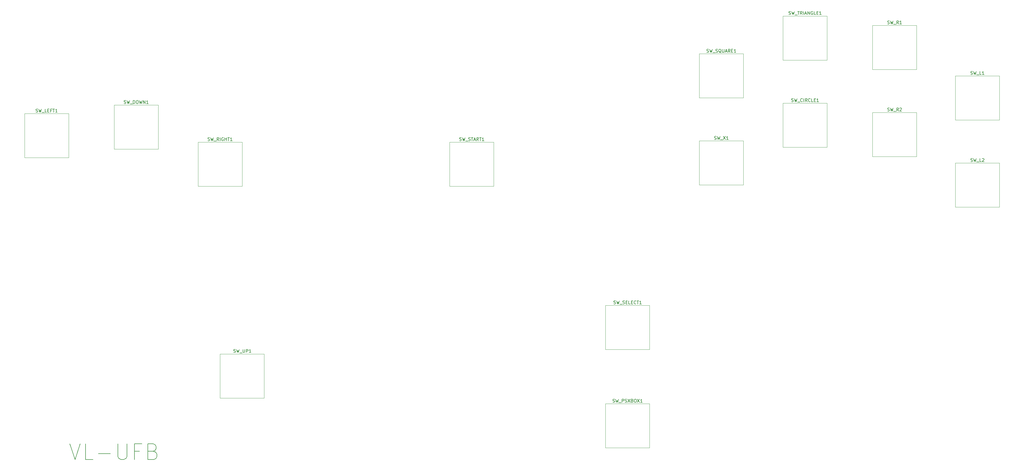
<source format=gbr>
%TF.GenerationSoftware,KiCad,Pcbnew,7.0.5*%
%TF.CreationDate,2023-07-28T19:17:22-07:00*%
%TF.ProjectId,BrookHitbox,42726f6f-6b48-4697-9462-6f782e6b6963,rev?*%
%TF.SameCoordinates,Original*%
%TF.FileFunction,Legend,Top*%
%TF.FilePolarity,Positive*%
%FSLAX46Y46*%
G04 Gerber Fmt 4.6, Leading zero omitted, Abs format (unit mm)*
G04 Created by KiCad (PCBNEW 7.0.5) date 2023-07-28 19:17:22*
%MOMM*%
%LPD*%
G01*
G04 APERTURE LIST*
%ADD10C,0.150000*%
%ADD11C,0.120000*%
G04 APERTURE END LIST*
D10*
X73324874Y-215630295D02*
X74991541Y-220630295D01*
X74991541Y-220630295D02*
X76658207Y-215630295D01*
X80705826Y-220630295D02*
X78324874Y-220630295D01*
X78324874Y-220630295D02*
X78324874Y-215630295D01*
X82372493Y-218725533D02*
X86182017Y-218725533D01*
X88562969Y-215630295D02*
X88562969Y-219677914D01*
X88562969Y-219677914D02*
X88801064Y-220154104D01*
X88801064Y-220154104D02*
X89039159Y-220392200D01*
X89039159Y-220392200D02*
X89515350Y-220630295D01*
X89515350Y-220630295D02*
X90467731Y-220630295D01*
X90467731Y-220630295D02*
X90943921Y-220392200D01*
X90943921Y-220392200D02*
X91182016Y-220154104D01*
X91182016Y-220154104D02*
X91420112Y-219677914D01*
X91420112Y-219677914D02*
X91420112Y-215630295D01*
X95467730Y-218011247D02*
X93801064Y-218011247D01*
X93801064Y-220630295D02*
X93801064Y-215630295D01*
X93801064Y-215630295D02*
X96182016Y-215630295D01*
X99753444Y-218011247D02*
X100467730Y-218249342D01*
X100467730Y-218249342D02*
X100705825Y-218487438D01*
X100705825Y-218487438D02*
X100943921Y-218963628D01*
X100943921Y-218963628D02*
X100943921Y-219677914D01*
X100943921Y-219677914D02*
X100705825Y-220154104D01*
X100705825Y-220154104D02*
X100467730Y-220392200D01*
X100467730Y-220392200D02*
X99991540Y-220630295D01*
X99991540Y-220630295D02*
X98086778Y-220630295D01*
X98086778Y-220630295D02*
X98086778Y-215630295D01*
X98086778Y-215630295D02*
X99753444Y-215630295D01*
X99753444Y-215630295D02*
X100229635Y-215868390D01*
X100229635Y-215868390D02*
X100467730Y-216106485D01*
X100467730Y-216106485D02*
X100705825Y-216582676D01*
X100705825Y-216582676D02*
X100705825Y-217058866D01*
X100705825Y-217058866D02*
X100467730Y-217535057D01*
X100467730Y-217535057D02*
X100229635Y-217773152D01*
X100229635Y-217773152D02*
X99753444Y-218011247D01*
X99753444Y-218011247D02*
X98086778Y-218011247D01*
%TO.C,SW_TRIANGLE1*%
X301097143Y-79554200D02*
X301240000Y-79601819D01*
X301240000Y-79601819D02*
X301478095Y-79601819D01*
X301478095Y-79601819D02*
X301573333Y-79554200D01*
X301573333Y-79554200D02*
X301620952Y-79506580D01*
X301620952Y-79506580D02*
X301668571Y-79411342D01*
X301668571Y-79411342D02*
X301668571Y-79316104D01*
X301668571Y-79316104D02*
X301620952Y-79220866D01*
X301620952Y-79220866D02*
X301573333Y-79173247D01*
X301573333Y-79173247D02*
X301478095Y-79125628D01*
X301478095Y-79125628D02*
X301287619Y-79078009D01*
X301287619Y-79078009D02*
X301192381Y-79030390D01*
X301192381Y-79030390D02*
X301144762Y-78982771D01*
X301144762Y-78982771D02*
X301097143Y-78887533D01*
X301097143Y-78887533D02*
X301097143Y-78792295D01*
X301097143Y-78792295D02*
X301144762Y-78697057D01*
X301144762Y-78697057D02*
X301192381Y-78649438D01*
X301192381Y-78649438D02*
X301287619Y-78601819D01*
X301287619Y-78601819D02*
X301525714Y-78601819D01*
X301525714Y-78601819D02*
X301668571Y-78649438D01*
X302001905Y-78601819D02*
X302240000Y-79601819D01*
X302240000Y-79601819D02*
X302430476Y-78887533D01*
X302430476Y-78887533D02*
X302620952Y-79601819D01*
X302620952Y-79601819D02*
X302859048Y-78601819D01*
X303001905Y-79697057D02*
X303763809Y-79697057D01*
X303859048Y-78601819D02*
X304430476Y-78601819D01*
X304144762Y-79601819D02*
X304144762Y-78601819D01*
X305335238Y-79601819D02*
X305001905Y-79125628D01*
X304763810Y-79601819D02*
X304763810Y-78601819D01*
X304763810Y-78601819D02*
X305144762Y-78601819D01*
X305144762Y-78601819D02*
X305240000Y-78649438D01*
X305240000Y-78649438D02*
X305287619Y-78697057D01*
X305287619Y-78697057D02*
X305335238Y-78792295D01*
X305335238Y-78792295D02*
X305335238Y-78935152D01*
X305335238Y-78935152D02*
X305287619Y-79030390D01*
X305287619Y-79030390D02*
X305240000Y-79078009D01*
X305240000Y-79078009D02*
X305144762Y-79125628D01*
X305144762Y-79125628D02*
X304763810Y-79125628D01*
X305763810Y-79601819D02*
X305763810Y-78601819D01*
X306192381Y-79316104D02*
X306668571Y-79316104D01*
X306097143Y-79601819D02*
X306430476Y-78601819D01*
X306430476Y-78601819D02*
X306763809Y-79601819D01*
X307097143Y-79601819D02*
X307097143Y-78601819D01*
X307097143Y-78601819D02*
X307668571Y-79601819D01*
X307668571Y-79601819D02*
X307668571Y-78601819D01*
X308668571Y-78649438D02*
X308573333Y-78601819D01*
X308573333Y-78601819D02*
X308430476Y-78601819D01*
X308430476Y-78601819D02*
X308287619Y-78649438D01*
X308287619Y-78649438D02*
X308192381Y-78744676D01*
X308192381Y-78744676D02*
X308144762Y-78839914D01*
X308144762Y-78839914D02*
X308097143Y-79030390D01*
X308097143Y-79030390D02*
X308097143Y-79173247D01*
X308097143Y-79173247D02*
X308144762Y-79363723D01*
X308144762Y-79363723D02*
X308192381Y-79458961D01*
X308192381Y-79458961D02*
X308287619Y-79554200D01*
X308287619Y-79554200D02*
X308430476Y-79601819D01*
X308430476Y-79601819D02*
X308525714Y-79601819D01*
X308525714Y-79601819D02*
X308668571Y-79554200D01*
X308668571Y-79554200D02*
X308716190Y-79506580D01*
X308716190Y-79506580D02*
X308716190Y-79173247D01*
X308716190Y-79173247D02*
X308525714Y-79173247D01*
X309620952Y-79601819D02*
X309144762Y-79601819D01*
X309144762Y-79601819D02*
X309144762Y-78601819D01*
X309954286Y-79078009D02*
X310287619Y-79078009D01*
X310430476Y-79601819D02*
X309954286Y-79601819D01*
X309954286Y-79601819D02*
X309954286Y-78601819D01*
X309954286Y-78601819D02*
X310430476Y-78601819D01*
X311382857Y-79601819D02*
X310811429Y-79601819D01*
X311097143Y-79601819D02*
X311097143Y-78601819D01*
X311097143Y-78601819D02*
X311001905Y-78744676D01*
X311001905Y-78744676D02*
X310906667Y-78839914D01*
X310906667Y-78839914D02*
X310811429Y-78887533D01*
%TO.C,SW_PSXBOX1*%
X245353333Y-202454200D02*
X245496190Y-202501819D01*
X245496190Y-202501819D02*
X245734285Y-202501819D01*
X245734285Y-202501819D02*
X245829523Y-202454200D01*
X245829523Y-202454200D02*
X245877142Y-202406580D01*
X245877142Y-202406580D02*
X245924761Y-202311342D01*
X245924761Y-202311342D02*
X245924761Y-202216104D01*
X245924761Y-202216104D02*
X245877142Y-202120866D01*
X245877142Y-202120866D02*
X245829523Y-202073247D01*
X245829523Y-202073247D02*
X245734285Y-202025628D01*
X245734285Y-202025628D02*
X245543809Y-201978009D01*
X245543809Y-201978009D02*
X245448571Y-201930390D01*
X245448571Y-201930390D02*
X245400952Y-201882771D01*
X245400952Y-201882771D02*
X245353333Y-201787533D01*
X245353333Y-201787533D02*
X245353333Y-201692295D01*
X245353333Y-201692295D02*
X245400952Y-201597057D01*
X245400952Y-201597057D02*
X245448571Y-201549438D01*
X245448571Y-201549438D02*
X245543809Y-201501819D01*
X245543809Y-201501819D02*
X245781904Y-201501819D01*
X245781904Y-201501819D02*
X245924761Y-201549438D01*
X246258095Y-201501819D02*
X246496190Y-202501819D01*
X246496190Y-202501819D02*
X246686666Y-201787533D01*
X246686666Y-201787533D02*
X246877142Y-202501819D01*
X246877142Y-202501819D02*
X247115238Y-201501819D01*
X247258095Y-202597057D02*
X248019999Y-202597057D01*
X248258095Y-202501819D02*
X248258095Y-201501819D01*
X248258095Y-201501819D02*
X248639047Y-201501819D01*
X248639047Y-201501819D02*
X248734285Y-201549438D01*
X248734285Y-201549438D02*
X248781904Y-201597057D01*
X248781904Y-201597057D02*
X248829523Y-201692295D01*
X248829523Y-201692295D02*
X248829523Y-201835152D01*
X248829523Y-201835152D02*
X248781904Y-201930390D01*
X248781904Y-201930390D02*
X248734285Y-201978009D01*
X248734285Y-201978009D02*
X248639047Y-202025628D01*
X248639047Y-202025628D02*
X248258095Y-202025628D01*
X249210476Y-202454200D02*
X249353333Y-202501819D01*
X249353333Y-202501819D02*
X249591428Y-202501819D01*
X249591428Y-202501819D02*
X249686666Y-202454200D01*
X249686666Y-202454200D02*
X249734285Y-202406580D01*
X249734285Y-202406580D02*
X249781904Y-202311342D01*
X249781904Y-202311342D02*
X249781904Y-202216104D01*
X249781904Y-202216104D02*
X249734285Y-202120866D01*
X249734285Y-202120866D02*
X249686666Y-202073247D01*
X249686666Y-202073247D02*
X249591428Y-202025628D01*
X249591428Y-202025628D02*
X249400952Y-201978009D01*
X249400952Y-201978009D02*
X249305714Y-201930390D01*
X249305714Y-201930390D02*
X249258095Y-201882771D01*
X249258095Y-201882771D02*
X249210476Y-201787533D01*
X249210476Y-201787533D02*
X249210476Y-201692295D01*
X249210476Y-201692295D02*
X249258095Y-201597057D01*
X249258095Y-201597057D02*
X249305714Y-201549438D01*
X249305714Y-201549438D02*
X249400952Y-201501819D01*
X249400952Y-201501819D02*
X249639047Y-201501819D01*
X249639047Y-201501819D02*
X249781904Y-201549438D01*
X250115238Y-201501819D02*
X250781904Y-202501819D01*
X250781904Y-201501819D02*
X250115238Y-202501819D01*
X251496190Y-201978009D02*
X251639047Y-202025628D01*
X251639047Y-202025628D02*
X251686666Y-202073247D01*
X251686666Y-202073247D02*
X251734285Y-202168485D01*
X251734285Y-202168485D02*
X251734285Y-202311342D01*
X251734285Y-202311342D02*
X251686666Y-202406580D01*
X251686666Y-202406580D02*
X251639047Y-202454200D01*
X251639047Y-202454200D02*
X251543809Y-202501819D01*
X251543809Y-202501819D02*
X251162857Y-202501819D01*
X251162857Y-202501819D02*
X251162857Y-201501819D01*
X251162857Y-201501819D02*
X251496190Y-201501819D01*
X251496190Y-201501819D02*
X251591428Y-201549438D01*
X251591428Y-201549438D02*
X251639047Y-201597057D01*
X251639047Y-201597057D02*
X251686666Y-201692295D01*
X251686666Y-201692295D02*
X251686666Y-201787533D01*
X251686666Y-201787533D02*
X251639047Y-201882771D01*
X251639047Y-201882771D02*
X251591428Y-201930390D01*
X251591428Y-201930390D02*
X251496190Y-201978009D01*
X251496190Y-201978009D02*
X251162857Y-201978009D01*
X252353333Y-201501819D02*
X252543809Y-201501819D01*
X252543809Y-201501819D02*
X252639047Y-201549438D01*
X252639047Y-201549438D02*
X252734285Y-201644676D01*
X252734285Y-201644676D02*
X252781904Y-201835152D01*
X252781904Y-201835152D02*
X252781904Y-202168485D01*
X252781904Y-202168485D02*
X252734285Y-202358961D01*
X252734285Y-202358961D02*
X252639047Y-202454200D01*
X252639047Y-202454200D02*
X252543809Y-202501819D01*
X252543809Y-202501819D02*
X252353333Y-202501819D01*
X252353333Y-202501819D02*
X252258095Y-202454200D01*
X252258095Y-202454200D02*
X252162857Y-202358961D01*
X252162857Y-202358961D02*
X252115238Y-202168485D01*
X252115238Y-202168485D02*
X252115238Y-201835152D01*
X252115238Y-201835152D02*
X252162857Y-201644676D01*
X252162857Y-201644676D02*
X252258095Y-201549438D01*
X252258095Y-201549438D02*
X252353333Y-201501819D01*
X253115238Y-201501819D02*
X253781904Y-202501819D01*
X253781904Y-201501819D02*
X253115238Y-202501819D01*
X254686666Y-202501819D02*
X254115238Y-202501819D01*
X254400952Y-202501819D02*
X254400952Y-201501819D01*
X254400952Y-201501819D02*
X254305714Y-201644676D01*
X254305714Y-201644676D02*
X254210476Y-201739914D01*
X254210476Y-201739914D02*
X254115238Y-201787533D01*
%TO.C,SW_SELECT1*%
X245639047Y-171269200D02*
X245781904Y-171316819D01*
X245781904Y-171316819D02*
X246019999Y-171316819D01*
X246019999Y-171316819D02*
X246115237Y-171269200D01*
X246115237Y-171269200D02*
X246162856Y-171221580D01*
X246162856Y-171221580D02*
X246210475Y-171126342D01*
X246210475Y-171126342D02*
X246210475Y-171031104D01*
X246210475Y-171031104D02*
X246162856Y-170935866D01*
X246162856Y-170935866D02*
X246115237Y-170888247D01*
X246115237Y-170888247D02*
X246019999Y-170840628D01*
X246019999Y-170840628D02*
X245829523Y-170793009D01*
X245829523Y-170793009D02*
X245734285Y-170745390D01*
X245734285Y-170745390D02*
X245686666Y-170697771D01*
X245686666Y-170697771D02*
X245639047Y-170602533D01*
X245639047Y-170602533D02*
X245639047Y-170507295D01*
X245639047Y-170507295D02*
X245686666Y-170412057D01*
X245686666Y-170412057D02*
X245734285Y-170364438D01*
X245734285Y-170364438D02*
X245829523Y-170316819D01*
X245829523Y-170316819D02*
X246067618Y-170316819D01*
X246067618Y-170316819D02*
X246210475Y-170364438D01*
X246543809Y-170316819D02*
X246781904Y-171316819D01*
X246781904Y-171316819D02*
X246972380Y-170602533D01*
X246972380Y-170602533D02*
X247162856Y-171316819D01*
X247162856Y-171316819D02*
X247400952Y-170316819D01*
X247543809Y-171412057D02*
X248305713Y-171412057D01*
X248496190Y-171269200D02*
X248639047Y-171316819D01*
X248639047Y-171316819D02*
X248877142Y-171316819D01*
X248877142Y-171316819D02*
X248972380Y-171269200D01*
X248972380Y-171269200D02*
X249019999Y-171221580D01*
X249019999Y-171221580D02*
X249067618Y-171126342D01*
X249067618Y-171126342D02*
X249067618Y-171031104D01*
X249067618Y-171031104D02*
X249019999Y-170935866D01*
X249019999Y-170935866D02*
X248972380Y-170888247D01*
X248972380Y-170888247D02*
X248877142Y-170840628D01*
X248877142Y-170840628D02*
X248686666Y-170793009D01*
X248686666Y-170793009D02*
X248591428Y-170745390D01*
X248591428Y-170745390D02*
X248543809Y-170697771D01*
X248543809Y-170697771D02*
X248496190Y-170602533D01*
X248496190Y-170602533D02*
X248496190Y-170507295D01*
X248496190Y-170507295D02*
X248543809Y-170412057D01*
X248543809Y-170412057D02*
X248591428Y-170364438D01*
X248591428Y-170364438D02*
X248686666Y-170316819D01*
X248686666Y-170316819D02*
X248924761Y-170316819D01*
X248924761Y-170316819D02*
X249067618Y-170364438D01*
X249496190Y-170793009D02*
X249829523Y-170793009D01*
X249972380Y-171316819D02*
X249496190Y-171316819D01*
X249496190Y-171316819D02*
X249496190Y-170316819D01*
X249496190Y-170316819D02*
X249972380Y-170316819D01*
X250877142Y-171316819D02*
X250400952Y-171316819D01*
X250400952Y-171316819D02*
X250400952Y-170316819D01*
X251210476Y-170793009D02*
X251543809Y-170793009D01*
X251686666Y-171316819D02*
X251210476Y-171316819D01*
X251210476Y-171316819D02*
X251210476Y-170316819D01*
X251210476Y-170316819D02*
X251686666Y-170316819D01*
X252686666Y-171221580D02*
X252639047Y-171269200D01*
X252639047Y-171269200D02*
X252496190Y-171316819D01*
X252496190Y-171316819D02*
X252400952Y-171316819D01*
X252400952Y-171316819D02*
X252258095Y-171269200D01*
X252258095Y-171269200D02*
X252162857Y-171173961D01*
X252162857Y-171173961D02*
X252115238Y-171078723D01*
X252115238Y-171078723D02*
X252067619Y-170888247D01*
X252067619Y-170888247D02*
X252067619Y-170745390D01*
X252067619Y-170745390D02*
X252115238Y-170554914D01*
X252115238Y-170554914D02*
X252162857Y-170459676D01*
X252162857Y-170459676D02*
X252258095Y-170364438D01*
X252258095Y-170364438D02*
X252400952Y-170316819D01*
X252400952Y-170316819D02*
X252496190Y-170316819D01*
X252496190Y-170316819D02*
X252639047Y-170364438D01*
X252639047Y-170364438D02*
X252686666Y-170412057D01*
X252972381Y-170316819D02*
X253543809Y-170316819D01*
X253258095Y-171316819D02*
X253258095Y-170316819D01*
X254400952Y-171316819D02*
X253829524Y-171316819D01*
X254115238Y-171316819D02*
X254115238Y-170316819D01*
X254115238Y-170316819D02*
X254020000Y-170459676D01*
X254020000Y-170459676D02*
X253924762Y-170554914D01*
X253924762Y-170554914D02*
X253829524Y-170602533D01*
%TO.C,SW_SQUARE1*%
X275102952Y-91550200D02*
X275245809Y-91597819D01*
X275245809Y-91597819D02*
X275483904Y-91597819D01*
X275483904Y-91597819D02*
X275579142Y-91550200D01*
X275579142Y-91550200D02*
X275626761Y-91502580D01*
X275626761Y-91502580D02*
X275674380Y-91407342D01*
X275674380Y-91407342D02*
X275674380Y-91312104D01*
X275674380Y-91312104D02*
X275626761Y-91216866D01*
X275626761Y-91216866D02*
X275579142Y-91169247D01*
X275579142Y-91169247D02*
X275483904Y-91121628D01*
X275483904Y-91121628D02*
X275293428Y-91074009D01*
X275293428Y-91074009D02*
X275198190Y-91026390D01*
X275198190Y-91026390D02*
X275150571Y-90978771D01*
X275150571Y-90978771D02*
X275102952Y-90883533D01*
X275102952Y-90883533D02*
X275102952Y-90788295D01*
X275102952Y-90788295D02*
X275150571Y-90693057D01*
X275150571Y-90693057D02*
X275198190Y-90645438D01*
X275198190Y-90645438D02*
X275293428Y-90597819D01*
X275293428Y-90597819D02*
X275531523Y-90597819D01*
X275531523Y-90597819D02*
X275674380Y-90645438D01*
X276007714Y-90597819D02*
X276245809Y-91597819D01*
X276245809Y-91597819D02*
X276436285Y-90883533D01*
X276436285Y-90883533D02*
X276626761Y-91597819D01*
X276626761Y-91597819D02*
X276864857Y-90597819D01*
X277007714Y-91693057D02*
X277769618Y-91693057D01*
X277960095Y-91550200D02*
X278102952Y-91597819D01*
X278102952Y-91597819D02*
X278341047Y-91597819D01*
X278341047Y-91597819D02*
X278436285Y-91550200D01*
X278436285Y-91550200D02*
X278483904Y-91502580D01*
X278483904Y-91502580D02*
X278531523Y-91407342D01*
X278531523Y-91407342D02*
X278531523Y-91312104D01*
X278531523Y-91312104D02*
X278483904Y-91216866D01*
X278483904Y-91216866D02*
X278436285Y-91169247D01*
X278436285Y-91169247D02*
X278341047Y-91121628D01*
X278341047Y-91121628D02*
X278150571Y-91074009D01*
X278150571Y-91074009D02*
X278055333Y-91026390D01*
X278055333Y-91026390D02*
X278007714Y-90978771D01*
X278007714Y-90978771D02*
X277960095Y-90883533D01*
X277960095Y-90883533D02*
X277960095Y-90788295D01*
X277960095Y-90788295D02*
X278007714Y-90693057D01*
X278007714Y-90693057D02*
X278055333Y-90645438D01*
X278055333Y-90645438D02*
X278150571Y-90597819D01*
X278150571Y-90597819D02*
X278388666Y-90597819D01*
X278388666Y-90597819D02*
X278531523Y-90645438D01*
X279626761Y-91693057D02*
X279531523Y-91645438D01*
X279531523Y-91645438D02*
X279436285Y-91550200D01*
X279436285Y-91550200D02*
X279293428Y-91407342D01*
X279293428Y-91407342D02*
X279198190Y-91359723D01*
X279198190Y-91359723D02*
X279102952Y-91359723D01*
X279150571Y-91597819D02*
X279055333Y-91550200D01*
X279055333Y-91550200D02*
X278960095Y-91454961D01*
X278960095Y-91454961D02*
X278912476Y-91264485D01*
X278912476Y-91264485D02*
X278912476Y-90931152D01*
X278912476Y-90931152D02*
X278960095Y-90740676D01*
X278960095Y-90740676D02*
X279055333Y-90645438D01*
X279055333Y-90645438D02*
X279150571Y-90597819D01*
X279150571Y-90597819D02*
X279341047Y-90597819D01*
X279341047Y-90597819D02*
X279436285Y-90645438D01*
X279436285Y-90645438D02*
X279531523Y-90740676D01*
X279531523Y-90740676D02*
X279579142Y-90931152D01*
X279579142Y-90931152D02*
X279579142Y-91264485D01*
X279579142Y-91264485D02*
X279531523Y-91454961D01*
X279531523Y-91454961D02*
X279436285Y-91550200D01*
X279436285Y-91550200D02*
X279341047Y-91597819D01*
X279341047Y-91597819D02*
X279150571Y-91597819D01*
X280007714Y-90597819D02*
X280007714Y-91407342D01*
X280007714Y-91407342D02*
X280055333Y-91502580D01*
X280055333Y-91502580D02*
X280102952Y-91550200D01*
X280102952Y-91550200D02*
X280198190Y-91597819D01*
X280198190Y-91597819D02*
X280388666Y-91597819D01*
X280388666Y-91597819D02*
X280483904Y-91550200D01*
X280483904Y-91550200D02*
X280531523Y-91502580D01*
X280531523Y-91502580D02*
X280579142Y-91407342D01*
X280579142Y-91407342D02*
X280579142Y-90597819D01*
X281007714Y-91312104D02*
X281483904Y-91312104D01*
X280912476Y-91597819D02*
X281245809Y-90597819D01*
X281245809Y-90597819D02*
X281579142Y-91597819D01*
X282483904Y-91597819D02*
X282150571Y-91121628D01*
X281912476Y-91597819D02*
X281912476Y-90597819D01*
X281912476Y-90597819D02*
X282293428Y-90597819D01*
X282293428Y-90597819D02*
X282388666Y-90645438D01*
X282388666Y-90645438D02*
X282436285Y-90693057D01*
X282436285Y-90693057D02*
X282483904Y-90788295D01*
X282483904Y-90788295D02*
X282483904Y-90931152D01*
X282483904Y-90931152D02*
X282436285Y-91026390D01*
X282436285Y-91026390D02*
X282388666Y-91074009D01*
X282388666Y-91074009D02*
X282293428Y-91121628D01*
X282293428Y-91121628D02*
X281912476Y-91121628D01*
X282912476Y-91074009D02*
X283245809Y-91074009D01*
X283388666Y-91597819D02*
X282912476Y-91597819D01*
X282912476Y-91597819D02*
X282912476Y-90597819D01*
X282912476Y-90597819D02*
X283388666Y-90597819D01*
X284341047Y-91597819D02*
X283769619Y-91597819D01*
X284055333Y-91597819D02*
X284055333Y-90597819D01*
X284055333Y-90597819D02*
X283960095Y-90740676D01*
X283960095Y-90740676D02*
X283864857Y-90835914D01*
X283864857Y-90835914D02*
X283769619Y-90883533D01*
%TO.C,SW_R1*%
X332380714Y-82529200D02*
X332523571Y-82576819D01*
X332523571Y-82576819D02*
X332761666Y-82576819D01*
X332761666Y-82576819D02*
X332856904Y-82529200D01*
X332856904Y-82529200D02*
X332904523Y-82481580D01*
X332904523Y-82481580D02*
X332952142Y-82386342D01*
X332952142Y-82386342D02*
X332952142Y-82291104D01*
X332952142Y-82291104D02*
X332904523Y-82195866D01*
X332904523Y-82195866D02*
X332856904Y-82148247D01*
X332856904Y-82148247D02*
X332761666Y-82100628D01*
X332761666Y-82100628D02*
X332571190Y-82053009D01*
X332571190Y-82053009D02*
X332475952Y-82005390D01*
X332475952Y-82005390D02*
X332428333Y-81957771D01*
X332428333Y-81957771D02*
X332380714Y-81862533D01*
X332380714Y-81862533D02*
X332380714Y-81767295D01*
X332380714Y-81767295D02*
X332428333Y-81672057D01*
X332428333Y-81672057D02*
X332475952Y-81624438D01*
X332475952Y-81624438D02*
X332571190Y-81576819D01*
X332571190Y-81576819D02*
X332809285Y-81576819D01*
X332809285Y-81576819D02*
X332952142Y-81624438D01*
X333285476Y-81576819D02*
X333523571Y-82576819D01*
X333523571Y-82576819D02*
X333714047Y-81862533D01*
X333714047Y-81862533D02*
X333904523Y-82576819D01*
X333904523Y-82576819D02*
X334142619Y-81576819D01*
X334285476Y-82672057D02*
X335047380Y-82672057D01*
X335856904Y-82576819D02*
X335523571Y-82100628D01*
X335285476Y-82576819D02*
X335285476Y-81576819D01*
X335285476Y-81576819D02*
X335666428Y-81576819D01*
X335666428Y-81576819D02*
X335761666Y-81624438D01*
X335761666Y-81624438D02*
X335809285Y-81672057D01*
X335809285Y-81672057D02*
X335856904Y-81767295D01*
X335856904Y-81767295D02*
X335856904Y-81910152D01*
X335856904Y-81910152D02*
X335809285Y-82005390D01*
X335809285Y-82005390D02*
X335761666Y-82053009D01*
X335761666Y-82053009D02*
X335666428Y-82100628D01*
X335666428Y-82100628D02*
X335285476Y-82100628D01*
X336809285Y-82576819D02*
X336237857Y-82576819D01*
X336523571Y-82576819D02*
X336523571Y-81576819D01*
X336523571Y-81576819D02*
X336428333Y-81719676D01*
X336428333Y-81719676D02*
X336333095Y-81814914D01*
X336333095Y-81814914D02*
X336237857Y-81862533D01*
%TO.C,SW_CIRCLE1*%
X301930476Y-107164200D02*
X302073333Y-107211819D01*
X302073333Y-107211819D02*
X302311428Y-107211819D01*
X302311428Y-107211819D02*
X302406666Y-107164200D01*
X302406666Y-107164200D02*
X302454285Y-107116580D01*
X302454285Y-107116580D02*
X302501904Y-107021342D01*
X302501904Y-107021342D02*
X302501904Y-106926104D01*
X302501904Y-106926104D02*
X302454285Y-106830866D01*
X302454285Y-106830866D02*
X302406666Y-106783247D01*
X302406666Y-106783247D02*
X302311428Y-106735628D01*
X302311428Y-106735628D02*
X302120952Y-106688009D01*
X302120952Y-106688009D02*
X302025714Y-106640390D01*
X302025714Y-106640390D02*
X301978095Y-106592771D01*
X301978095Y-106592771D02*
X301930476Y-106497533D01*
X301930476Y-106497533D02*
X301930476Y-106402295D01*
X301930476Y-106402295D02*
X301978095Y-106307057D01*
X301978095Y-106307057D02*
X302025714Y-106259438D01*
X302025714Y-106259438D02*
X302120952Y-106211819D01*
X302120952Y-106211819D02*
X302359047Y-106211819D01*
X302359047Y-106211819D02*
X302501904Y-106259438D01*
X302835238Y-106211819D02*
X303073333Y-107211819D01*
X303073333Y-107211819D02*
X303263809Y-106497533D01*
X303263809Y-106497533D02*
X303454285Y-107211819D01*
X303454285Y-107211819D02*
X303692381Y-106211819D01*
X303835238Y-107307057D02*
X304597142Y-107307057D01*
X305406666Y-107116580D02*
X305359047Y-107164200D01*
X305359047Y-107164200D02*
X305216190Y-107211819D01*
X305216190Y-107211819D02*
X305120952Y-107211819D01*
X305120952Y-107211819D02*
X304978095Y-107164200D01*
X304978095Y-107164200D02*
X304882857Y-107068961D01*
X304882857Y-107068961D02*
X304835238Y-106973723D01*
X304835238Y-106973723D02*
X304787619Y-106783247D01*
X304787619Y-106783247D02*
X304787619Y-106640390D01*
X304787619Y-106640390D02*
X304835238Y-106449914D01*
X304835238Y-106449914D02*
X304882857Y-106354676D01*
X304882857Y-106354676D02*
X304978095Y-106259438D01*
X304978095Y-106259438D02*
X305120952Y-106211819D01*
X305120952Y-106211819D02*
X305216190Y-106211819D01*
X305216190Y-106211819D02*
X305359047Y-106259438D01*
X305359047Y-106259438D02*
X305406666Y-106307057D01*
X305835238Y-107211819D02*
X305835238Y-106211819D01*
X306882856Y-107211819D02*
X306549523Y-106735628D01*
X306311428Y-107211819D02*
X306311428Y-106211819D01*
X306311428Y-106211819D02*
X306692380Y-106211819D01*
X306692380Y-106211819D02*
X306787618Y-106259438D01*
X306787618Y-106259438D02*
X306835237Y-106307057D01*
X306835237Y-106307057D02*
X306882856Y-106402295D01*
X306882856Y-106402295D02*
X306882856Y-106545152D01*
X306882856Y-106545152D02*
X306835237Y-106640390D01*
X306835237Y-106640390D02*
X306787618Y-106688009D01*
X306787618Y-106688009D02*
X306692380Y-106735628D01*
X306692380Y-106735628D02*
X306311428Y-106735628D01*
X307882856Y-107116580D02*
X307835237Y-107164200D01*
X307835237Y-107164200D02*
X307692380Y-107211819D01*
X307692380Y-107211819D02*
X307597142Y-107211819D01*
X307597142Y-107211819D02*
X307454285Y-107164200D01*
X307454285Y-107164200D02*
X307359047Y-107068961D01*
X307359047Y-107068961D02*
X307311428Y-106973723D01*
X307311428Y-106973723D02*
X307263809Y-106783247D01*
X307263809Y-106783247D02*
X307263809Y-106640390D01*
X307263809Y-106640390D02*
X307311428Y-106449914D01*
X307311428Y-106449914D02*
X307359047Y-106354676D01*
X307359047Y-106354676D02*
X307454285Y-106259438D01*
X307454285Y-106259438D02*
X307597142Y-106211819D01*
X307597142Y-106211819D02*
X307692380Y-106211819D01*
X307692380Y-106211819D02*
X307835237Y-106259438D01*
X307835237Y-106259438D02*
X307882856Y-106307057D01*
X308787618Y-107211819D02*
X308311428Y-107211819D01*
X308311428Y-107211819D02*
X308311428Y-106211819D01*
X309120952Y-106688009D02*
X309454285Y-106688009D01*
X309597142Y-107211819D02*
X309120952Y-107211819D01*
X309120952Y-107211819D02*
X309120952Y-106211819D01*
X309120952Y-106211819D02*
X309597142Y-106211819D01*
X310549523Y-107211819D02*
X309978095Y-107211819D01*
X310263809Y-107211819D02*
X310263809Y-106211819D01*
X310263809Y-106211819D02*
X310168571Y-106354676D01*
X310168571Y-106354676D02*
X310073333Y-106449914D01*
X310073333Y-106449914D02*
X309978095Y-106497533D01*
%TO.C,SW_DOWN1*%
X90522667Y-107770200D02*
X90665524Y-107817819D01*
X90665524Y-107817819D02*
X90903619Y-107817819D01*
X90903619Y-107817819D02*
X90998857Y-107770200D01*
X90998857Y-107770200D02*
X91046476Y-107722580D01*
X91046476Y-107722580D02*
X91094095Y-107627342D01*
X91094095Y-107627342D02*
X91094095Y-107532104D01*
X91094095Y-107532104D02*
X91046476Y-107436866D01*
X91046476Y-107436866D02*
X90998857Y-107389247D01*
X90998857Y-107389247D02*
X90903619Y-107341628D01*
X90903619Y-107341628D02*
X90713143Y-107294009D01*
X90713143Y-107294009D02*
X90617905Y-107246390D01*
X90617905Y-107246390D02*
X90570286Y-107198771D01*
X90570286Y-107198771D02*
X90522667Y-107103533D01*
X90522667Y-107103533D02*
X90522667Y-107008295D01*
X90522667Y-107008295D02*
X90570286Y-106913057D01*
X90570286Y-106913057D02*
X90617905Y-106865438D01*
X90617905Y-106865438D02*
X90713143Y-106817819D01*
X90713143Y-106817819D02*
X90951238Y-106817819D01*
X90951238Y-106817819D02*
X91094095Y-106865438D01*
X91427429Y-106817819D02*
X91665524Y-107817819D01*
X91665524Y-107817819D02*
X91856000Y-107103533D01*
X91856000Y-107103533D02*
X92046476Y-107817819D01*
X92046476Y-107817819D02*
X92284572Y-106817819D01*
X92427429Y-107913057D02*
X93189333Y-107913057D01*
X93427429Y-107817819D02*
X93427429Y-106817819D01*
X93427429Y-106817819D02*
X93665524Y-106817819D01*
X93665524Y-106817819D02*
X93808381Y-106865438D01*
X93808381Y-106865438D02*
X93903619Y-106960676D01*
X93903619Y-106960676D02*
X93951238Y-107055914D01*
X93951238Y-107055914D02*
X93998857Y-107246390D01*
X93998857Y-107246390D02*
X93998857Y-107389247D01*
X93998857Y-107389247D02*
X93951238Y-107579723D01*
X93951238Y-107579723D02*
X93903619Y-107674961D01*
X93903619Y-107674961D02*
X93808381Y-107770200D01*
X93808381Y-107770200D02*
X93665524Y-107817819D01*
X93665524Y-107817819D02*
X93427429Y-107817819D01*
X94617905Y-106817819D02*
X94808381Y-106817819D01*
X94808381Y-106817819D02*
X94903619Y-106865438D01*
X94903619Y-106865438D02*
X94998857Y-106960676D01*
X94998857Y-106960676D02*
X95046476Y-107151152D01*
X95046476Y-107151152D02*
X95046476Y-107484485D01*
X95046476Y-107484485D02*
X94998857Y-107674961D01*
X94998857Y-107674961D02*
X94903619Y-107770200D01*
X94903619Y-107770200D02*
X94808381Y-107817819D01*
X94808381Y-107817819D02*
X94617905Y-107817819D01*
X94617905Y-107817819D02*
X94522667Y-107770200D01*
X94522667Y-107770200D02*
X94427429Y-107674961D01*
X94427429Y-107674961D02*
X94379810Y-107484485D01*
X94379810Y-107484485D02*
X94379810Y-107151152D01*
X94379810Y-107151152D02*
X94427429Y-106960676D01*
X94427429Y-106960676D02*
X94522667Y-106865438D01*
X94522667Y-106865438D02*
X94617905Y-106817819D01*
X95379810Y-106817819D02*
X95617905Y-107817819D01*
X95617905Y-107817819D02*
X95808381Y-107103533D01*
X95808381Y-107103533D02*
X95998857Y-107817819D01*
X95998857Y-107817819D02*
X96236953Y-106817819D01*
X96617905Y-107817819D02*
X96617905Y-106817819D01*
X96617905Y-106817819D02*
X97189333Y-107817819D01*
X97189333Y-107817819D02*
X97189333Y-106817819D01*
X98189333Y-107817819D02*
X97617905Y-107817819D01*
X97903619Y-107817819D02*
X97903619Y-106817819D01*
X97903619Y-106817819D02*
X97808381Y-106960676D01*
X97808381Y-106960676D02*
X97713143Y-107055914D01*
X97713143Y-107055914D02*
X97617905Y-107103533D01*
%TO.C,SW_L2*%
X358698952Y-126175200D02*
X358841809Y-126222819D01*
X358841809Y-126222819D02*
X359079904Y-126222819D01*
X359079904Y-126222819D02*
X359175142Y-126175200D01*
X359175142Y-126175200D02*
X359222761Y-126127580D01*
X359222761Y-126127580D02*
X359270380Y-126032342D01*
X359270380Y-126032342D02*
X359270380Y-125937104D01*
X359270380Y-125937104D02*
X359222761Y-125841866D01*
X359222761Y-125841866D02*
X359175142Y-125794247D01*
X359175142Y-125794247D02*
X359079904Y-125746628D01*
X359079904Y-125746628D02*
X358889428Y-125699009D01*
X358889428Y-125699009D02*
X358794190Y-125651390D01*
X358794190Y-125651390D02*
X358746571Y-125603771D01*
X358746571Y-125603771D02*
X358698952Y-125508533D01*
X358698952Y-125508533D02*
X358698952Y-125413295D01*
X358698952Y-125413295D02*
X358746571Y-125318057D01*
X358746571Y-125318057D02*
X358794190Y-125270438D01*
X358794190Y-125270438D02*
X358889428Y-125222819D01*
X358889428Y-125222819D02*
X359127523Y-125222819D01*
X359127523Y-125222819D02*
X359270380Y-125270438D01*
X359603714Y-125222819D02*
X359841809Y-126222819D01*
X359841809Y-126222819D02*
X360032285Y-125508533D01*
X360032285Y-125508533D02*
X360222761Y-126222819D01*
X360222761Y-126222819D02*
X360460857Y-125222819D01*
X360603714Y-126318057D02*
X361365618Y-126318057D01*
X362079904Y-126222819D02*
X361603714Y-126222819D01*
X361603714Y-126222819D02*
X361603714Y-125222819D01*
X362365619Y-125318057D02*
X362413238Y-125270438D01*
X362413238Y-125270438D02*
X362508476Y-125222819D01*
X362508476Y-125222819D02*
X362746571Y-125222819D01*
X362746571Y-125222819D02*
X362841809Y-125270438D01*
X362841809Y-125270438D02*
X362889428Y-125318057D01*
X362889428Y-125318057D02*
X362937047Y-125413295D01*
X362937047Y-125413295D02*
X362937047Y-125508533D01*
X362937047Y-125508533D02*
X362889428Y-125651390D01*
X362889428Y-125651390D02*
X362318000Y-126222819D01*
X362318000Y-126222819D02*
X362937047Y-126222819D01*
%TO.C,SW_RIGHT1*%
X117070857Y-119533200D02*
X117213714Y-119580819D01*
X117213714Y-119580819D02*
X117451809Y-119580819D01*
X117451809Y-119580819D02*
X117547047Y-119533200D01*
X117547047Y-119533200D02*
X117594666Y-119485580D01*
X117594666Y-119485580D02*
X117642285Y-119390342D01*
X117642285Y-119390342D02*
X117642285Y-119295104D01*
X117642285Y-119295104D02*
X117594666Y-119199866D01*
X117594666Y-119199866D02*
X117547047Y-119152247D01*
X117547047Y-119152247D02*
X117451809Y-119104628D01*
X117451809Y-119104628D02*
X117261333Y-119057009D01*
X117261333Y-119057009D02*
X117166095Y-119009390D01*
X117166095Y-119009390D02*
X117118476Y-118961771D01*
X117118476Y-118961771D02*
X117070857Y-118866533D01*
X117070857Y-118866533D02*
X117070857Y-118771295D01*
X117070857Y-118771295D02*
X117118476Y-118676057D01*
X117118476Y-118676057D02*
X117166095Y-118628438D01*
X117166095Y-118628438D02*
X117261333Y-118580819D01*
X117261333Y-118580819D02*
X117499428Y-118580819D01*
X117499428Y-118580819D02*
X117642285Y-118628438D01*
X117975619Y-118580819D02*
X118213714Y-119580819D01*
X118213714Y-119580819D02*
X118404190Y-118866533D01*
X118404190Y-118866533D02*
X118594666Y-119580819D01*
X118594666Y-119580819D02*
X118832762Y-118580819D01*
X118975619Y-119676057D02*
X119737523Y-119676057D01*
X120547047Y-119580819D02*
X120213714Y-119104628D01*
X119975619Y-119580819D02*
X119975619Y-118580819D01*
X119975619Y-118580819D02*
X120356571Y-118580819D01*
X120356571Y-118580819D02*
X120451809Y-118628438D01*
X120451809Y-118628438D02*
X120499428Y-118676057D01*
X120499428Y-118676057D02*
X120547047Y-118771295D01*
X120547047Y-118771295D02*
X120547047Y-118914152D01*
X120547047Y-118914152D02*
X120499428Y-119009390D01*
X120499428Y-119009390D02*
X120451809Y-119057009D01*
X120451809Y-119057009D02*
X120356571Y-119104628D01*
X120356571Y-119104628D02*
X119975619Y-119104628D01*
X120975619Y-119580819D02*
X120975619Y-118580819D01*
X121975618Y-118628438D02*
X121880380Y-118580819D01*
X121880380Y-118580819D02*
X121737523Y-118580819D01*
X121737523Y-118580819D02*
X121594666Y-118628438D01*
X121594666Y-118628438D02*
X121499428Y-118723676D01*
X121499428Y-118723676D02*
X121451809Y-118818914D01*
X121451809Y-118818914D02*
X121404190Y-119009390D01*
X121404190Y-119009390D02*
X121404190Y-119152247D01*
X121404190Y-119152247D02*
X121451809Y-119342723D01*
X121451809Y-119342723D02*
X121499428Y-119437961D01*
X121499428Y-119437961D02*
X121594666Y-119533200D01*
X121594666Y-119533200D02*
X121737523Y-119580819D01*
X121737523Y-119580819D02*
X121832761Y-119580819D01*
X121832761Y-119580819D02*
X121975618Y-119533200D01*
X121975618Y-119533200D02*
X122023237Y-119485580D01*
X122023237Y-119485580D02*
X122023237Y-119152247D01*
X122023237Y-119152247D02*
X121832761Y-119152247D01*
X122451809Y-119580819D02*
X122451809Y-118580819D01*
X122451809Y-119057009D02*
X123023237Y-119057009D01*
X123023237Y-119580819D02*
X123023237Y-118580819D01*
X123356571Y-118580819D02*
X123927999Y-118580819D01*
X123642285Y-119580819D02*
X123642285Y-118580819D01*
X124785142Y-119580819D02*
X124213714Y-119580819D01*
X124499428Y-119580819D02*
X124499428Y-118580819D01*
X124499428Y-118580819D02*
X124404190Y-118723676D01*
X124404190Y-118723676D02*
X124308952Y-118818914D01*
X124308952Y-118818914D02*
X124213714Y-118866533D01*
%TO.C,SW_LEFT1*%
X62619047Y-110496200D02*
X62761904Y-110543819D01*
X62761904Y-110543819D02*
X62999999Y-110543819D01*
X62999999Y-110543819D02*
X63095237Y-110496200D01*
X63095237Y-110496200D02*
X63142856Y-110448580D01*
X63142856Y-110448580D02*
X63190475Y-110353342D01*
X63190475Y-110353342D02*
X63190475Y-110258104D01*
X63190475Y-110258104D02*
X63142856Y-110162866D01*
X63142856Y-110162866D02*
X63095237Y-110115247D01*
X63095237Y-110115247D02*
X62999999Y-110067628D01*
X62999999Y-110067628D02*
X62809523Y-110020009D01*
X62809523Y-110020009D02*
X62714285Y-109972390D01*
X62714285Y-109972390D02*
X62666666Y-109924771D01*
X62666666Y-109924771D02*
X62619047Y-109829533D01*
X62619047Y-109829533D02*
X62619047Y-109734295D01*
X62619047Y-109734295D02*
X62666666Y-109639057D01*
X62666666Y-109639057D02*
X62714285Y-109591438D01*
X62714285Y-109591438D02*
X62809523Y-109543819D01*
X62809523Y-109543819D02*
X63047618Y-109543819D01*
X63047618Y-109543819D02*
X63190475Y-109591438D01*
X63523809Y-109543819D02*
X63761904Y-110543819D01*
X63761904Y-110543819D02*
X63952380Y-109829533D01*
X63952380Y-109829533D02*
X64142856Y-110543819D01*
X64142856Y-110543819D02*
X64380952Y-109543819D01*
X64523809Y-110639057D02*
X65285713Y-110639057D01*
X65999999Y-110543819D02*
X65523809Y-110543819D01*
X65523809Y-110543819D02*
X65523809Y-109543819D01*
X66333333Y-110020009D02*
X66666666Y-110020009D01*
X66809523Y-110543819D02*
X66333333Y-110543819D01*
X66333333Y-110543819D02*
X66333333Y-109543819D01*
X66333333Y-109543819D02*
X66809523Y-109543819D01*
X67571428Y-110020009D02*
X67238095Y-110020009D01*
X67238095Y-110543819D02*
X67238095Y-109543819D01*
X67238095Y-109543819D02*
X67714285Y-109543819D01*
X67952381Y-109543819D02*
X68523809Y-109543819D01*
X68238095Y-110543819D02*
X68238095Y-109543819D01*
X69380952Y-110543819D02*
X68809524Y-110543819D01*
X69095238Y-110543819D02*
X69095238Y-109543819D01*
X69095238Y-109543819D02*
X69000000Y-109686676D01*
X69000000Y-109686676D02*
X68904762Y-109781914D01*
X68904762Y-109781914D02*
X68809524Y-109829533D01*
%TO.C,SW_START1*%
X196779047Y-119533200D02*
X196921904Y-119580819D01*
X196921904Y-119580819D02*
X197159999Y-119580819D01*
X197159999Y-119580819D02*
X197255237Y-119533200D01*
X197255237Y-119533200D02*
X197302856Y-119485580D01*
X197302856Y-119485580D02*
X197350475Y-119390342D01*
X197350475Y-119390342D02*
X197350475Y-119295104D01*
X197350475Y-119295104D02*
X197302856Y-119199866D01*
X197302856Y-119199866D02*
X197255237Y-119152247D01*
X197255237Y-119152247D02*
X197159999Y-119104628D01*
X197159999Y-119104628D02*
X196969523Y-119057009D01*
X196969523Y-119057009D02*
X196874285Y-119009390D01*
X196874285Y-119009390D02*
X196826666Y-118961771D01*
X196826666Y-118961771D02*
X196779047Y-118866533D01*
X196779047Y-118866533D02*
X196779047Y-118771295D01*
X196779047Y-118771295D02*
X196826666Y-118676057D01*
X196826666Y-118676057D02*
X196874285Y-118628438D01*
X196874285Y-118628438D02*
X196969523Y-118580819D01*
X196969523Y-118580819D02*
X197207618Y-118580819D01*
X197207618Y-118580819D02*
X197350475Y-118628438D01*
X197683809Y-118580819D02*
X197921904Y-119580819D01*
X197921904Y-119580819D02*
X198112380Y-118866533D01*
X198112380Y-118866533D02*
X198302856Y-119580819D01*
X198302856Y-119580819D02*
X198540952Y-118580819D01*
X198683809Y-119676057D02*
X199445713Y-119676057D01*
X199636190Y-119533200D02*
X199779047Y-119580819D01*
X199779047Y-119580819D02*
X200017142Y-119580819D01*
X200017142Y-119580819D02*
X200112380Y-119533200D01*
X200112380Y-119533200D02*
X200159999Y-119485580D01*
X200159999Y-119485580D02*
X200207618Y-119390342D01*
X200207618Y-119390342D02*
X200207618Y-119295104D01*
X200207618Y-119295104D02*
X200159999Y-119199866D01*
X200159999Y-119199866D02*
X200112380Y-119152247D01*
X200112380Y-119152247D02*
X200017142Y-119104628D01*
X200017142Y-119104628D02*
X199826666Y-119057009D01*
X199826666Y-119057009D02*
X199731428Y-119009390D01*
X199731428Y-119009390D02*
X199683809Y-118961771D01*
X199683809Y-118961771D02*
X199636190Y-118866533D01*
X199636190Y-118866533D02*
X199636190Y-118771295D01*
X199636190Y-118771295D02*
X199683809Y-118676057D01*
X199683809Y-118676057D02*
X199731428Y-118628438D01*
X199731428Y-118628438D02*
X199826666Y-118580819D01*
X199826666Y-118580819D02*
X200064761Y-118580819D01*
X200064761Y-118580819D02*
X200207618Y-118628438D01*
X200493333Y-118580819D02*
X201064761Y-118580819D01*
X200779047Y-119580819D02*
X200779047Y-118580819D01*
X201350476Y-119295104D02*
X201826666Y-119295104D01*
X201255238Y-119580819D02*
X201588571Y-118580819D01*
X201588571Y-118580819D02*
X201921904Y-119580819D01*
X202826666Y-119580819D02*
X202493333Y-119104628D01*
X202255238Y-119580819D02*
X202255238Y-118580819D01*
X202255238Y-118580819D02*
X202636190Y-118580819D01*
X202636190Y-118580819D02*
X202731428Y-118628438D01*
X202731428Y-118628438D02*
X202779047Y-118676057D01*
X202779047Y-118676057D02*
X202826666Y-118771295D01*
X202826666Y-118771295D02*
X202826666Y-118914152D01*
X202826666Y-118914152D02*
X202779047Y-119009390D01*
X202779047Y-119009390D02*
X202731428Y-119057009D01*
X202731428Y-119057009D02*
X202636190Y-119104628D01*
X202636190Y-119104628D02*
X202255238Y-119104628D01*
X203112381Y-118580819D02*
X203683809Y-118580819D01*
X203398095Y-119580819D02*
X203398095Y-118580819D01*
X204540952Y-119580819D02*
X203969524Y-119580819D01*
X204255238Y-119580819D02*
X204255238Y-118580819D01*
X204255238Y-118580819D02*
X204160000Y-118723676D01*
X204160000Y-118723676D02*
X204064762Y-118818914D01*
X204064762Y-118818914D02*
X203969524Y-118866533D01*
%TO.C,SW_R2*%
X332380714Y-110139200D02*
X332523571Y-110186819D01*
X332523571Y-110186819D02*
X332761666Y-110186819D01*
X332761666Y-110186819D02*
X332856904Y-110139200D01*
X332856904Y-110139200D02*
X332904523Y-110091580D01*
X332904523Y-110091580D02*
X332952142Y-109996342D01*
X332952142Y-109996342D02*
X332952142Y-109901104D01*
X332952142Y-109901104D02*
X332904523Y-109805866D01*
X332904523Y-109805866D02*
X332856904Y-109758247D01*
X332856904Y-109758247D02*
X332761666Y-109710628D01*
X332761666Y-109710628D02*
X332571190Y-109663009D01*
X332571190Y-109663009D02*
X332475952Y-109615390D01*
X332475952Y-109615390D02*
X332428333Y-109567771D01*
X332428333Y-109567771D02*
X332380714Y-109472533D01*
X332380714Y-109472533D02*
X332380714Y-109377295D01*
X332380714Y-109377295D02*
X332428333Y-109282057D01*
X332428333Y-109282057D02*
X332475952Y-109234438D01*
X332475952Y-109234438D02*
X332571190Y-109186819D01*
X332571190Y-109186819D02*
X332809285Y-109186819D01*
X332809285Y-109186819D02*
X332952142Y-109234438D01*
X333285476Y-109186819D02*
X333523571Y-110186819D01*
X333523571Y-110186819D02*
X333714047Y-109472533D01*
X333714047Y-109472533D02*
X333904523Y-110186819D01*
X333904523Y-110186819D02*
X334142619Y-109186819D01*
X334285476Y-110282057D02*
X335047380Y-110282057D01*
X335856904Y-110186819D02*
X335523571Y-109710628D01*
X335285476Y-110186819D02*
X335285476Y-109186819D01*
X335285476Y-109186819D02*
X335666428Y-109186819D01*
X335666428Y-109186819D02*
X335761666Y-109234438D01*
X335761666Y-109234438D02*
X335809285Y-109282057D01*
X335809285Y-109282057D02*
X335856904Y-109377295D01*
X335856904Y-109377295D02*
X335856904Y-109520152D01*
X335856904Y-109520152D02*
X335809285Y-109615390D01*
X335809285Y-109615390D02*
X335761666Y-109663009D01*
X335761666Y-109663009D02*
X335666428Y-109710628D01*
X335666428Y-109710628D02*
X335285476Y-109710628D01*
X336237857Y-109282057D02*
X336285476Y-109234438D01*
X336285476Y-109234438D02*
X336380714Y-109186819D01*
X336380714Y-109186819D02*
X336618809Y-109186819D01*
X336618809Y-109186819D02*
X336714047Y-109234438D01*
X336714047Y-109234438D02*
X336761666Y-109282057D01*
X336761666Y-109282057D02*
X336809285Y-109377295D01*
X336809285Y-109377295D02*
X336809285Y-109472533D01*
X336809285Y-109472533D02*
X336761666Y-109615390D01*
X336761666Y-109615390D02*
X336190238Y-110186819D01*
X336190238Y-110186819D02*
X336809285Y-110186819D01*
%TO.C,SW_X1*%
X277531524Y-119159200D02*
X277674381Y-119206819D01*
X277674381Y-119206819D02*
X277912476Y-119206819D01*
X277912476Y-119206819D02*
X278007714Y-119159200D01*
X278007714Y-119159200D02*
X278055333Y-119111580D01*
X278055333Y-119111580D02*
X278102952Y-119016342D01*
X278102952Y-119016342D02*
X278102952Y-118921104D01*
X278102952Y-118921104D02*
X278055333Y-118825866D01*
X278055333Y-118825866D02*
X278007714Y-118778247D01*
X278007714Y-118778247D02*
X277912476Y-118730628D01*
X277912476Y-118730628D02*
X277722000Y-118683009D01*
X277722000Y-118683009D02*
X277626762Y-118635390D01*
X277626762Y-118635390D02*
X277579143Y-118587771D01*
X277579143Y-118587771D02*
X277531524Y-118492533D01*
X277531524Y-118492533D02*
X277531524Y-118397295D01*
X277531524Y-118397295D02*
X277579143Y-118302057D01*
X277579143Y-118302057D02*
X277626762Y-118254438D01*
X277626762Y-118254438D02*
X277722000Y-118206819D01*
X277722000Y-118206819D02*
X277960095Y-118206819D01*
X277960095Y-118206819D02*
X278102952Y-118254438D01*
X278436286Y-118206819D02*
X278674381Y-119206819D01*
X278674381Y-119206819D02*
X278864857Y-118492533D01*
X278864857Y-118492533D02*
X279055333Y-119206819D01*
X279055333Y-119206819D02*
X279293429Y-118206819D01*
X279436286Y-119302057D02*
X280198190Y-119302057D01*
X280341048Y-118206819D02*
X281007714Y-119206819D01*
X281007714Y-118206819D02*
X280341048Y-119206819D01*
X281912476Y-119206819D02*
X281341048Y-119206819D01*
X281626762Y-119206819D02*
X281626762Y-118206819D01*
X281626762Y-118206819D02*
X281531524Y-118349676D01*
X281531524Y-118349676D02*
X281436286Y-118444914D01*
X281436286Y-118444914D02*
X281341048Y-118492533D01*
%TO.C,SW_L1*%
X358698952Y-98565200D02*
X358841809Y-98612819D01*
X358841809Y-98612819D02*
X359079904Y-98612819D01*
X359079904Y-98612819D02*
X359175142Y-98565200D01*
X359175142Y-98565200D02*
X359222761Y-98517580D01*
X359222761Y-98517580D02*
X359270380Y-98422342D01*
X359270380Y-98422342D02*
X359270380Y-98327104D01*
X359270380Y-98327104D02*
X359222761Y-98231866D01*
X359222761Y-98231866D02*
X359175142Y-98184247D01*
X359175142Y-98184247D02*
X359079904Y-98136628D01*
X359079904Y-98136628D02*
X358889428Y-98089009D01*
X358889428Y-98089009D02*
X358794190Y-98041390D01*
X358794190Y-98041390D02*
X358746571Y-97993771D01*
X358746571Y-97993771D02*
X358698952Y-97898533D01*
X358698952Y-97898533D02*
X358698952Y-97803295D01*
X358698952Y-97803295D02*
X358746571Y-97708057D01*
X358746571Y-97708057D02*
X358794190Y-97660438D01*
X358794190Y-97660438D02*
X358889428Y-97612819D01*
X358889428Y-97612819D02*
X359127523Y-97612819D01*
X359127523Y-97612819D02*
X359270380Y-97660438D01*
X359603714Y-97612819D02*
X359841809Y-98612819D01*
X359841809Y-98612819D02*
X360032285Y-97898533D01*
X360032285Y-97898533D02*
X360222761Y-98612819D01*
X360222761Y-98612819D02*
X360460857Y-97612819D01*
X360603714Y-98708057D02*
X361365618Y-98708057D01*
X362079904Y-98612819D02*
X361603714Y-98612819D01*
X361603714Y-98612819D02*
X361603714Y-97612819D01*
X362937047Y-98612819D02*
X362365619Y-98612819D01*
X362651333Y-98612819D02*
X362651333Y-97612819D01*
X362651333Y-97612819D02*
X362556095Y-97755676D01*
X362556095Y-97755676D02*
X362460857Y-97850914D01*
X362460857Y-97850914D02*
X362365619Y-97898533D01*
%TO.C,SW_UP1*%
X125261905Y-186657200D02*
X125404762Y-186704819D01*
X125404762Y-186704819D02*
X125642857Y-186704819D01*
X125642857Y-186704819D02*
X125738095Y-186657200D01*
X125738095Y-186657200D02*
X125785714Y-186609580D01*
X125785714Y-186609580D02*
X125833333Y-186514342D01*
X125833333Y-186514342D02*
X125833333Y-186419104D01*
X125833333Y-186419104D02*
X125785714Y-186323866D01*
X125785714Y-186323866D02*
X125738095Y-186276247D01*
X125738095Y-186276247D02*
X125642857Y-186228628D01*
X125642857Y-186228628D02*
X125452381Y-186181009D01*
X125452381Y-186181009D02*
X125357143Y-186133390D01*
X125357143Y-186133390D02*
X125309524Y-186085771D01*
X125309524Y-186085771D02*
X125261905Y-185990533D01*
X125261905Y-185990533D02*
X125261905Y-185895295D01*
X125261905Y-185895295D02*
X125309524Y-185800057D01*
X125309524Y-185800057D02*
X125357143Y-185752438D01*
X125357143Y-185752438D02*
X125452381Y-185704819D01*
X125452381Y-185704819D02*
X125690476Y-185704819D01*
X125690476Y-185704819D02*
X125833333Y-185752438D01*
X126166667Y-185704819D02*
X126404762Y-186704819D01*
X126404762Y-186704819D02*
X126595238Y-185990533D01*
X126595238Y-185990533D02*
X126785714Y-186704819D01*
X126785714Y-186704819D02*
X127023810Y-185704819D01*
X127166667Y-186800057D02*
X127928571Y-186800057D01*
X128166667Y-185704819D02*
X128166667Y-186514342D01*
X128166667Y-186514342D02*
X128214286Y-186609580D01*
X128214286Y-186609580D02*
X128261905Y-186657200D01*
X128261905Y-186657200D02*
X128357143Y-186704819D01*
X128357143Y-186704819D02*
X128547619Y-186704819D01*
X128547619Y-186704819D02*
X128642857Y-186657200D01*
X128642857Y-186657200D02*
X128690476Y-186609580D01*
X128690476Y-186609580D02*
X128738095Y-186514342D01*
X128738095Y-186514342D02*
X128738095Y-185704819D01*
X129214286Y-186704819D02*
X129214286Y-185704819D01*
X129214286Y-185704819D02*
X129595238Y-185704819D01*
X129595238Y-185704819D02*
X129690476Y-185752438D01*
X129690476Y-185752438D02*
X129738095Y-185800057D01*
X129738095Y-185800057D02*
X129785714Y-185895295D01*
X129785714Y-185895295D02*
X129785714Y-186038152D01*
X129785714Y-186038152D02*
X129738095Y-186133390D01*
X129738095Y-186133390D02*
X129690476Y-186181009D01*
X129690476Y-186181009D02*
X129595238Y-186228628D01*
X129595238Y-186228628D02*
X129214286Y-186228628D01*
X130738095Y-186704819D02*
X130166667Y-186704819D01*
X130452381Y-186704819D02*
X130452381Y-185704819D01*
X130452381Y-185704819D02*
X130357143Y-185847676D01*
X130357143Y-185847676D02*
X130261905Y-185942914D01*
X130261905Y-185942914D02*
X130166667Y-185990533D01*
D11*
%TO.C,SW_TRIANGLE1*%
X299255000Y-80036000D02*
X313225000Y-80036000D01*
X299255000Y-94006000D02*
X299255000Y-80036000D01*
X313225000Y-80036000D02*
X313225000Y-94006000D01*
X313225000Y-94006000D02*
X299255000Y-94006000D01*
%TO.C,SW_PSXBOX1*%
X243035000Y-202936000D02*
X257005000Y-202936000D01*
X243035000Y-216906000D02*
X243035000Y-202936000D01*
X257005000Y-202936000D02*
X257005000Y-216906000D01*
X257005000Y-216906000D02*
X243035000Y-216906000D01*
%TO.C,SW_SELECT1*%
X243035000Y-171751000D02*
X257005000Y-171751000D01*
X243035000Y-185721000D02*
X243035000Y-171751000D01*
X257005000Y-171751000D02*
X257005000Y-185721000D01*
X257005000Y-185721000D02*
X243035000Y-185721000D01*
%TO.C,SW_SQUARE1*%
X272737000Y-92032000D02*
X286707000Y-92032000D01*
X272737000Y-106002000D02*
X272737000Y-92032000D01*
X286707000Y-92032000D02*
X286707000Y-106002000D01*
X286707000Y-106002000D02*
X272737000Y-106002000D01*
%TO.C,SW_R1*%
X327610000Y-83011000D02*
X341580000Y-83011000D01*
X327610000Y-96981000D02*
X327610000Y-83011000D01*
X341580000Y-83011000D02*
X341580000Y-96981000D01*
X341580000Y-96981000D02*
X327610000Y-96981000D01*
%TO.C,SW_CIRCLE1*%
X299255000Y-107646000D02*
X313225000Y-107646000D01*
X299255000Y-121616000D02*
X299255000Y-107646000D01*
X313225000Y-107646000D02*
X313225000Y-121616000D01*
X313225000Y-121616000D02*
X299255000Y-121616000D01*
%TO.C,SW_DOWN1*%
X87371000Y-108252000D02*
X101341000Y-108252000D01*
X87371000Y-122222000D02*
X87371000Y-108252000D01*
X101341000Y-108252000D02*
X101341000Y-122222000D01*
X101341000Y-122222000D02*
X87371000Y-122222000D01*
%TO.C,SW_L2*%
X353833000Y-126657000D02*
X367803000Y-126657000D01*
X353833000Y-140627000D02*
X353833000Y-126657000D01*
X367803000Y-126657000D02*
X367803000Y-140627000D01*
X367803000Y-140627000D02*
X353833000Y-140627000D01*
%TO.C,SW_RIGHT1*%
X113943000Y-120015000D02*
X127913000Y-120015000D01*
X113943000Y-133985000D02*
X113943000Y-120015000D01*
X127913000Y-120015000D02*
X127913000Y-133985000D01*
X127913000Y-133985000D02*
X113943000Y-133985000D01*
%TO.C,SW_LEFT1*%
X59015000Y-110978000D02*
X72985000Y-110978000D01*
X59015000Y-124948000D02*
X59015000Y-110978000D01*
X72985000Y-110978000D02*
X72985000Y-124948000D01*
X72985000Y-124948000D02*
X59015000Y-124948000D01*
%TO.C,SW_START1*%
X193675000Y-120015000D02*
X207645000Y-120015000D01*
X193675000Y-133985000D02*
X193675000Y-120015000D01*
X207645000Y-120015000D02*
X207645000Y-133985000D01*
X207645000Y-133985000D02*
X193675000Y-133985000D01*
%TO.C,SW_R2*%
X327610000Y-110621000D02*
X341580000Y-110621000D01*
X327610000Y-124591000D02*
X327610000Y-110621000D01*
X341580000Y-110621000D02*
X341580000Y-124591000D01*
X341580000Y-124591000D02*
X327610000Y-124591000D01*
%TO.C,SW_X1*%
X272737000Y-119641000D02*
X286707000Y-119641000D01*
X272737000Y-133611000D02*
X272737000Y-119641000D01*
X286707000Y-119641000D02*
X286707000Y-133611000D01*
X286707000Y-133611000D02*
X272737000Y-133611000D01*
%TO.C,SW_L1*%
X353833000Y-99047000D02*
X367803000Y-99047000D01*
X353833000Y-113017000D02*
X353833000Y-99047000D01*
X367803000Y-99047000D02*
X367803000Y-113017000D01*
X367803000Y-113017000D02*
X353833000Y-113017000D01*
%TO.C,SW_UP1*%
X120902000Y-187166000D02*
X134872000Y-187166000D01*
X120902000Y-201136000D02*
X120902000Y-187166000D01*
X134872000Y-187166000D02*
X134872000Y-201136000D01*
X134872000Y-201136000D02*
X120902000Y-201136000D01*
%TD*%
M02*

</source>
